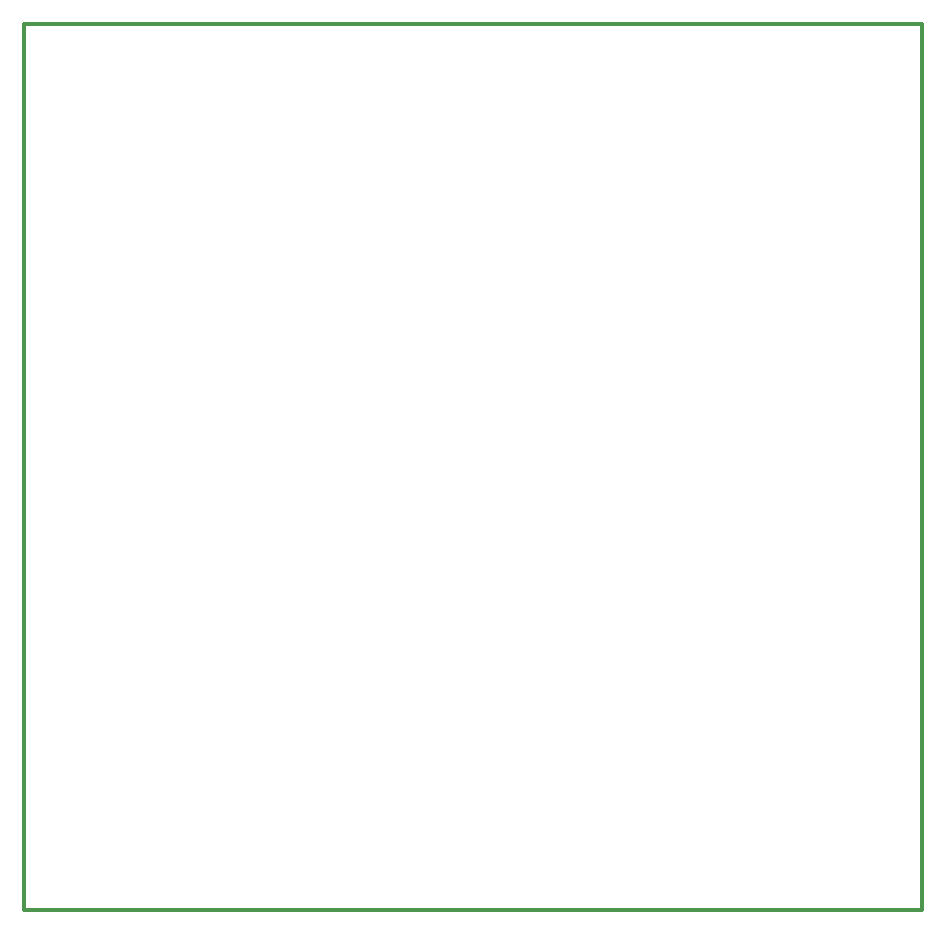
<source format=gbr>
G04 DesignSpark PCB Gerber Version 12.0 Build 5942*
%FSLAX35Y35*%
%MOMM*%
%ADD12C,0.30480*%
X0Y0D02*
D02*
D12*
X575240Y1250240D02*
X8175240D01*
Y8750240D01*
X575240D01*
Y1250240D01*
X0Y0D02*
M02*

</source>
